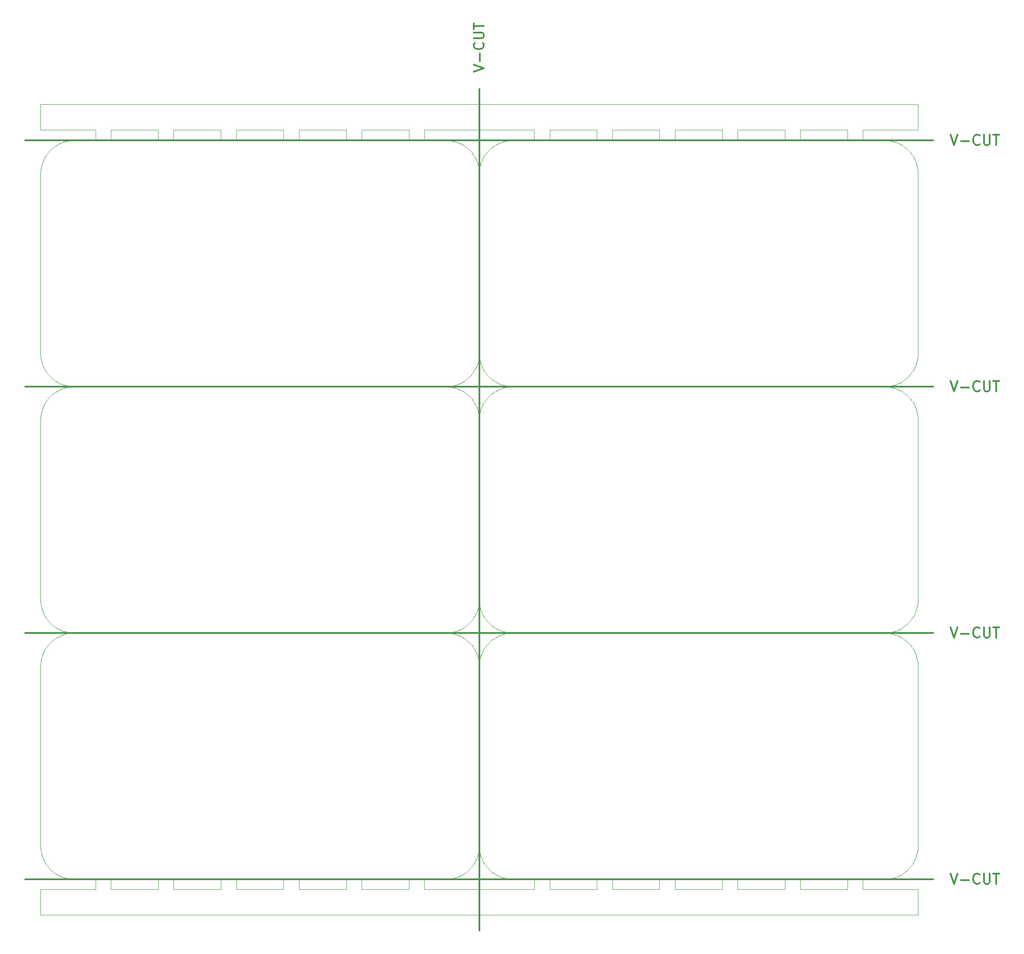
<source format=gbr>
%TF.GenerationSoftware,KiCad,Pcbnew,9.0.4*%
%TF.CreationDate,2025-09-15T20:18:03-04:00*%
%TF.ProjectId,HabitatCAN Dev Board (ESP32) - Panel,48616269-7461-4744-9341-4e2044657620,4*%
%TF.SameCoordinates,Original*%
%TF.FileFunction,Profile,NP*%
%FSLAX46Y46*%
G04 Gerber Fmt 4.6, Leading zero omitted, Abs format (unit mm)*
G04 Created by KiCad (PCBNEW 9.0.4) date 2025-09-15 20:18:03*
%MOMM*%
%LPD*%
G01*
G04 APERTURE LIST*
%TA.AperFunction,Profile*%
%ADD10C,0.100000*%
%TD*%
%TA.AperFunction,Profile*%
%ADD11C,0.300000*%
%TD*%
%ADD12C,0.300000*%
G04 APERTURE END LIST*
D10*
X220006184Y-122858465D02*
X220337082Y-122779024D01*
X143636687Y-123527284D02*
X143337438Y-123664780D01*
X225119143Y-128821075D02*
X225074723Y-128483687D01*
X55229083Y-119938765D02*
X55410306Y-120213743D01*
X139774956Y-80516223D02*
X139733350Y-80842909D01*
X67953065Y-25000000D02*
X77160888Y-25000000D01*
X92368710Y-27000503D02*
X92368710Y-25000000D01*
X59116001Y-123208010D02*
X58799382Y-123298606D01*
X104576533Y-171000510D02*
X113784355Y-171000510D01*
X223485182Y-77151171D02*
X223250935Y-76904327D01*
X145542406Y-75033858D02*
X145215720Y-75075464D01*
X135208611Y-170682377D02*
X135529392Y-170568782D01*
X224106116Y-120040657D02*
X224283923Y-119750503D01*
X139733400Y-69158092D02*
X139775004Y-69484778D01*
X136150927Y-123708982D02*
X135843779Y-123562478D01*
X219671582Y-122920481D02*
X220006184Y-122858465D01*
X57306976Y-75984318D02*
X57031999Y-76165543D01*
X55062020Y-119654962D02*
X55229083Y-119938765D01*
X223004090Y-124670084D02*
X222745325Y-124449077D01*
X54772016Y-78937191D02*
X54649853Y-79243020D01*
X55229054Y-78062238D02*
X55061988Y-78346041D01*
X59436802Y-27133559D02*
X59116001Y-27208002D01*
X225074732Y-165517332D02*
X225119150Y-165179943D01*
X144570764Y-170793008D02*
X144891564Y-170867452D01*
X56511321Y-124568581D02*
X56266957Y-124789355D01*
X221904758Y-74129666D02*
X222194912Y-73951859D01*
X54245243Y-81500504D02*
X54245299Y-116500504D01*
X138458592Y-125679918D02*
X138251431Y-125409941D01*
X58487758Y-27405114D02*
X58181929Y-27527276D01*
X141721734Y-121211653D02*
X141966097Y-121432428D01*
X80160888Y-173001511D02*
X80160888Y-171000509D01*
X139700057Y-116500504D02*
X139708396Y-116829722D01*
X54253638Y-68829718D02*
X54278642Y-69158092D01*
X221904758Y-122129670D02*
X222194912Y-121951863D01*
X138030424Y-29151167D02*
X137796177Y-28904323D01*
X58487766Y-74595887D02*
X58799389Y-74702404D01*
X58799389Y-74702404D02*
X59116006Y-74793000D01*
X214446936Y-171000511D02*
X218654759Y-171000511D01*
X116784355Y-75000503D02*
X125992178Y-75000503D01*
X221298537Y-123562478D02*
X220984142Y-123432250D01*
X92368710Y-171000509D02*
X101576533Y-171000510D01*
X133879433Y-75036117D02*
X133540183Y-75009414D01*
X58799382Y-123298606D02*
X58487758Y-123405122D01*
X139708396Y-164829726D02*
X139733400Y-165158100D01*
X55813337Y-120734421D02*
X56034110Y-120978785D01*
X60087648Y-123033862D02*
X59760962Y-123075468D01*
X219671579Y-123080541D02*
X219334191Y-123036121D01*
X80160888Y-75000501D02*
X89368710Y-75000501D01*
X141059957Y-29521811D02*
X140865037Y-29787257D01*
X141268095Y-120734421D02*
X141488868Y-120978785D01*
X223706189Y-125409941D02*
X223485182Y-125151175D01*
X139699999Y-133500508D02*
X139699998Y-129500508D01*
X218654759Y-75000504D02*
X214446936Y-75000504D01*
X77160888Y-173001511D02*
X67953065Y-173001511D01*
X225154758Y-25000000D02*
X225154758Y-20000000D01*
X60087648Y-27033854D02*
X59760962Y-27075460D01*
X133540183Y-123009418D02*
X133200001Y-123000508D01*
X137020590Y-28241907D02*
X136740140Y-28049159D01*
X190031291Y-123000506D02*
X199239113Y-123000506D01*
X140865064Y-72213739D02*
X141059983Y-72479184D01*
X224836625Y-70509110D02*
X224933276Y-70182823D01*
X221904746Y-123871360D02*
X221605685Y-123708982D01*
X54649891Y-118757984D02*
X54772052Y-119063812D01*
X141488868Y-72978781D02*
X141721734Y-73211649D01*
X141966097Y-169432432D02*
X142221327Y-169640547D01*
X220984150Y-170568782D02*
X221298546Y-170438554D01*
X140104649Y-118757984D02*
X140226810Y-119063812D01*
X224836611Y-79491900D02*
X224723015Y-79171120D01*
X139708343Y-81171284D02*
X139700001Y-81500504D01*
X187031291Y-25000000D02*
X187031291Y-27000502D01*
X214446936Y-25000000D02*
X225154758Y-25000000D01*
X55062020Y-71654958D02*
X55229083Y-71938761D01*
X134216824Y-74920477D02*
X134551426Y-74858461D01*
X55410279Y-29787257D02*
X55229054Y-30062234D01*
X137290567Y-124449077D02*
X137020590Y-124241915D01*
X138251448Y-168591090D02*
X138458610Y-168321112D01*
X141268095Y-168734425D02*
X141488868Y-168978789D01*
X135529384Y-27432242D02*
X135208604Y-27318646D01*
X57306989Y-170016693D02*
X57590791Y-170183759D01*
X222745340Y-73551949D02*
X223004107Y-73330941D01*
X146200000Y-27000506D02*
X145870781Y-27008848D01*
X139557948Y-32149078D02*
X139478505Y-31818181D01*
X190031291Y-25000000D02*
X199239113Y-25000000D01*
X223706206Y-120591086D02*
X223913368Y-120321108D01*
X138829165Y-167750507D02*
X138991542Y-167451446D01*
X199239113Y-173001511D02*
X190031291Y-173001511D01*
X60745242Y-75000510D02*
X60416023Y-75008852D01*
X54772016Y-126937195D02*
X54649853Y-127243024D01*
X146200001Y-171000508D02*
X150407823Y-171000508D01*
X60087650Y-122967154D02*
X60416024Y-122992161D01*
X140104649Y-70757980D02*
X140226810Y-71063808D01*
X57590791Y-170183759D02*
X57882691Y-170336236D01*
X225119150Y-117179939D02*
X225145850Y-116840687D01*
X224283923Y-167750507D02*
X224446300Y-167451446D01*
X128992178Y-171000511D02*
X133200001Y-171000511D01*
X113784355Y-171000510D02*
X113784355Y-173001511D01*
X139138029Y-78856725D02*
X138991525Y-78549576D01*
X222194898Y-76049163D02*
X221904746Y-75871356D01*
X57306976Y-27984314D02*
X57031999Y-28165539D01*
X140865064Y-120213743D02*
X141059983Y-120479188D01*
X145870782Y-170992165D02*
X146200001Y-171000508D01*
X224283905Y-78250516D02*
X224106098Y-77960363D01*
X141268072Y-125266587D02*
X141059957Y-125521819D01*
X54253585Y-129171288D02*
X54245243Y-129500508D01*
X58487766Y-122595891D02*
X58799389Y-122702408D01*
X139907498Y-127871266D02*
X139833055Y-128192067D01*
X219334191Y-123036121D02*
X218994941Y-123009418D01*
X165615646Y-75000501D02*
X174823468Y-75000501D01*
X56034110Y-120978785D02*
X56266976Y-121211653D01*
X101576533Y-173001511D02*
X92368710Y-173001511D01*
X218994942Y-170991603D02*
X219334194Y-170964903D01*
X56766553Y-124360467D02*
X56511321Y-124568581D01*
X211446936Y-171000511D02*
X211446936Y-173001511D01*
X55813337Y-72734417D02*
X56034110Y-72978781D01*
X56511321Y-28568573D02*
X56266957Y-28789347D01*
X136450000Y-122129670D02*
X136740154Y-121951863D01*
X139557959Y-69851926D02*
X139619974Y-69517324D01*
X220337076Y-27221994D02*
X220006180Y-27142550D01*
X218654759Y-171000511D02*
X218994942Y-170991603D01*
X137796194Y-169096702D02*
X138030441Y-168849857D01*
X146200000Y-75000510D02*
X145870781Y-75008852D01*
X139700000Y-61500502D02*
X139700000Y-52500501D01*
X136150927Y-75708978D02*
X135843779Y-75562474D01*
X55229054Y-30062234D02*
X55061988Y-30346037D01*
X224283923Y-71750499D02*
X224446300Y-71451438D01*
X101576533Y-25000000D02*
X101576533Y-27000502D01*
X144570759Y-123208010D02*
X144254140Y-123298606D01*
X54245243Y-129500508D02*
X54245299Y-164500508D01*
X222475362Y-169759119D02*
X222745340Y-169551957D01*
X59436802Y-123133567D02*
X59116001Y-123208010D01*
X225119150Y-165179943D02*
X225145850Y-164840691D01*
X187031291Y-27000502D02*
X177823468Y-27000503D01*
X225145846Y-81160321D02*
X225119143Y-80821071D01*
D11*
X139702622Y-17000000D02*
X139702622Y-181001511D01*
D10*
X150407823Y-25000000D02*
X150407823Y-27000505D01*
X54909512Y-78637942D02*
X54772016Y-78937191D01*
X225012706Y-80149082D02*
X224933263Y-79818185D01*
X223913368Y-168321112D02*
X224106116Y-168040661D01*
X54543336Y-79554643D02*
X54452740Y-79871262D01*
X144891564Y-170867452D02*
X145215723Y-170925551D01*
X174823468Y-171000509D02*
X174823468Y-173001511D01*
X214446936Y-27000500D02*
X214446936Y-25000000D01*
X54320246Y-69484778D02*
X54378343Y-69808937D01*
X134551426Y-170858469D02*
X134882324Y-170779028D01*
X136150927Y-27708974D02*
X135843779Y-27562470D01*
X77160888Y-123000512D02*
X67953065Y-123000513D01*
X219671582Y-74920477D02*
X220006184Y-74858461D01*
X137549349Y-121330945D02*
X137796194Y-121096698D01*
X223485182Y-29151167D02*
X223250935Y-28904323D01*
X116784355Y-173001511D02*
X116784355Y-171000511D01*
X222194912Y-121951863D02*
X222475362Y-121759115D01*
X221298546Y-122438550D02*
X221605696Y-122292047D01*
X139699999Y-97500505D02*
X139699999Y-88500504D01*
X223250952Y-169096702D02*
X223485199Y-168849857D01*
X141721715Y-28789347D02*
X141488847Y-29022215D01*
X133540183Y-27009410D02*
X133200001Y-27000500D01*
X224723030Y-118829895D02*
X224836625Y-118509114D01*
X139775004Y-165484786D02*
X139833101Y-165808945D01*
X55410306Y-120213743D02*
X55605225Y-120479188D01*
X139699999Y-85500504D02*
X139699998Y-81500504D01*
X138829147Y-126250520D02*
X138651340Y-125960367D01*
X55410306Y-72213739D02*
X55605225Y-72479184D01*
X54649891Y-70757980D02*
X54772052Y-71063808D01*
X104576533Y-123000506D02*
X113784355Y-123000506D01*
X139998094Y-127554647D02*
X139907498Y-127871266D01*
X54253585Y-81171284D02*
X54245243Y-81500504D01*
X56034110Y-168978789D02*
X56266976Y-169211657D01*
X162615646Y-123000512D02*
X153407823Y-123000513D01*
X140683812Y-78062238D02*
X140516746Y-78346041D01*
X225074732Y-69517324D02*
X225119150Y-69179935D01*
X55062020Y-167654966D02*
X55229083Y-167938769D01*
X139774956Y-32516219D02*
X139733350Y-32842905D01*
X139699999Y-49500501D02*
X139699999Y-40500500D01*
X58181938Y-74473724D02*
X58487766Y-74595887D01*
X54909546Y-167363065D02*
X55062020Y-167654966D01*
X135208604Y-75318650D02*
X134882318Y-75221998D01*
X58181929Y-27527276D02*
X57882680Y-27664772D01*
X223004107Y-121330945D02*
X223250952Y-121096698D01*
X138991542Y-167451446D02*
X139138045Y-167144296D01*
X59436806Y-122867448D02*
X59760965Y-122925547D01*
X145215723Y-122925547D02*
X145542408Y-122967154D01*
X59436802Y-75133563D02*
X59116001Y-75208006D01*
X54245243Y-20000000D02*
X54245243Y-25000000D01*
X145215720Y-123075468D02*
X144891560Y-123133567D01*
X138991542Y-119451442D02*
X139138045Y-119144292D01*
X223485182Y-125151175D02*
X223250935Y-124904331D01*
X202239113Y-123000507D02*
X211446936Y-123000507D01*
X143045549Y-122183755D02*
X143337449Y-122336232D01*
X135843779Y-123562478D02*
X135529384Y-123432250D01*
X223485199Y-120849853D02*
X223706206Y-120591086D01*
X138030424Y-125151175D02*
X137796177Y-124904331D01*
X221605685Y-123708982D02*
X221298537Y-123562478D01*
X211446936Y-27000500D02*
X202239113Y-27000501D01*
X153407823Y-27000505D02*
X153407823Y-25000000D01*
X223913368Y-120321108D02*
X224106116Y-120040657D01*
X225119143Y-32821067D02*
X225074723Y-32483679D01*
X187031291Y-171000510D02*
X187031291Y-173001511D01*
X139664385Y-128821075D02*
X139619965Y-128483687D01*
X139691088Y-129160325D02*
X139664385Y-128821075D01*
X222194898Y-124049167D02*
X221904746Y-123871360D01*
X140683841Y-119938765D02*
X140865064Y-120213743D01*
X54320198Y-128516227D02*
X54278592Y-128842913D01*
X138991525Y-30549572D02*
X138829147Y-30250512D01*
X139700031Y-148500509D02*
X139700045Y-157500510D01*
X56511339Y-121432428D02*
X56766569Y-121640543D01*
X223250935Y-76904327D02*
X223004090Y-76670080D01*
X144254147Y-74702404D02*
X144570764Y-74793000D01*
X153407823Y-123000504D02*
X162615646Y-123000504D01*
X139557948Y-80149082D02*
X139478505Y-79818185D01*
X141488868Y-168978789D02*
X141721734Y-169211657D01*
X57882680Y-75664776D02*
X57590779Y-75817253D01*
X162615646Y-75000508D02*
X153407823Y-75000509D01*
X57032013Y-121835464D02*
X57306989Y-122016689D01*
X145542408Y-122967154D02*
X145870782Y-122992161D01*
X56034110Y-72978781D02*
X56266976Y-73211649D01*
X221904746Y-27871352D02*
X221605685Y-27708974D01*
X60416024Y-122992161D02*
X60745243Y-123000504D01*
X150407823Y-123000513D02*
X146200000Y-123000514D01*
X219671579Y-27080533D02*
X219334191Y-27036113D01*
X136450000Y-74129666D02*
X136740154Y-73951859D01*
X225012706Y-32149078D02*
X224933263Y-31818181D01*
X137796194Y-73096694D02*
X138030441Y-72849849D01*
X138991542Y-71451438D02*
X139138045Y-71144288D01*
X60416024Y-74992157D02*
X60745243Y-75000500D01*
X141268072Y-77266583D02*
X141059957Y-77521815D01*
X54649891Y-166757988D02*
X54772052Y-167063816D01*
X139664392Y-165179943D02*
X139691092Y-164840691D01*
X140226810Y-119063812D02*
X140364304Y-119363061D01*
X137020604Y-73759111D02*
X137290582Y-73551949D01*
X143045537Y-75817253D02*
X142761734Y-75984318D01*
X56034089Y-77022219D02*
X55813314Y-77266583D01*
X153407823Y-173001511D02*
X153407823Y-171000508D01*
X125992178Y-27000500D02*
X116784355Y-27000501D01*
X57590791Y-122183755D02*
X57882691Y-122336232D01*
X143636687Y-75527280D02*
X143337438Y-75664776D01*
X140364270Y-126637946D02*
X140226774Y-126937195D01*
X202239113Y-27000501D02*
X202239113Y-25000000D01*
X139733400Y-117158096D02*
X139775004Y-117484782D01*
X139907542Y-166129745D02*
X139998135Y-166446364D01*
X220006184Y-74858461D02*
X220337082Y-74779020D01*
X139833101Y-117808941D02*
X139907542Y-118129741D01*
X143636696Y-122473728D02*
X143942524Y-122595891D01*
X143045549Y-74183751D02*
X143337449Y-74336228D01*
X54543377Y-118446360D02*
X54649891Y-118757984D01*
X222475348Y-28241907D02*
X222194898Y-28049159D01*
X140226774Y-30937187D02*
X140104611Y-31243016D01*
X174823468Y-27000503D02*
X165615646Y-27000504D01*
X139907542Y-70129737D02*
X139998135Y-70446356D01*
X143337449Y-122336232D02*
X143636696Y-122473728D01*
X143337438Y-75664776D02*
X143045537Y-75817253D01*
X128992178Y-27000500D02*
X128992178Y-25000000D01*
X139381853Y-31491896D02*
X139268257Y-31171116D01*
X139138029Y-126856729D02*
X138991525Y-126549580D01*
X137020590Y-124241915D02*
X136740140Y-124049167D01*
X138651340Y-29960359D02*
X138458592Y-29679910D01*
X54909512Y-126637946D02*
X54772016Y-126937195D01*
X128992178Y-173001511D02*
X128992178Y-171000511D01*
X224446300Y-71451438D02*
X224592803Y-71144288D01*
X146200001Y-123000504D02*
X150407823Y-123000504D01*
X177823468Y-171000509D02*
X187031291Y-171000510D01*
X144254140Y-123298606D02*
X143942516Y-123405122D01*
D11*
X51245243Y-27000498D02*
X228154758Y-27000498D01*
D10*
X140104649Y-166757988D02*
X140226810Y-167063816D01*
X141966097Y-73432424D02*
X142221327Y-73640539D01*
X139708343Y-129171288D02*
X139700001Y-129500508D01*
X219671582Y-170920485D02*
X220006184Y-170858469D01*
X224836625Y-166509118D02*
X224933276Y-166182831D01*
X134551426Y-122858465D02*
X134882324Y-122779024D01*
X55410306Y-168213747D02*
X55605225Y-168479192D01*
X57590779Y-27817249D02*
X57306976Y-27984314D01*
X220006184Y-170858469D02*
X220337082Y-170779028D01*
X140683841Y-71938761D02*
X140865064Y-72213739D01*
X139664392Y-117179939D02*
X139691092Y-116840687D01*
X54649853Y-127243024D02*
X54543336Y-127554647D01*
X139833055Y-128192067D02*
X139774956Y-128516227D01*
X54452784Y-118129741D02*
X54543377Y-118446360D01*
X139700000Y-164500508D02*
X139700000Y-160500510D01*
X225119150Y-69179935D02*
X225145850Y-68840683D01*
X64953065Y-75000509D02*
X60745242Y-75000510D01*
X89368710Y-123000511D02*
X80160888Y-123000512D01*
X133200001Y-123000508D02*
X128992178Y-123000508D01*
X54320246Y-165484786D02*
X54378343Y-165808945D01*
X140865037Y-125787265D02*
X140683812Y-126062242D01*
X60416024Y-170992165D02*
X60745243Y-171000508D01*
X140364304Y-71363057D02*
X140516778Y-71654958D01*
X59116006Y-170793008D02*
X59436806Y-170867452D01*
X139700031Y-100500505D02*
X139700045Y-109500506D01*
X133200001Y-75000503D02*
X133540184Y-74991595D01*
D11*
X51245243Y-171000498D02*
X228154758Y-171000498D01*
D10*
X145870782Y-74992157D02*
X146200001Y-75000500D01*
X143942516Y-75405118D02*
X143636687Y-75527280D01*
X223913368Y-72321104D02*
X224106116Y-72040653D01*
X77160888Y-25000000D02*
X77160888Y-27000504D01*
X92368710Y-25000000D02*
X101576533Y-25000000D01*
X89368710Y-75000507D02*
X80160888Y-75000508D01*
X139708396Y-68829718D02*
X139733400Y-69158092D01*
X139700012Y-88500504D02*
X139700026Y-97500505D01*
X137549349Y-169330949D02*
X137796194Y-169096702D01*
X138251431Y-125409941D02*
X138030424Y-125151175D01*
X174823468Y-123000511D02*
X165615646Y-123000512D01*
X55061988Y-126346045D02*
X54909512Y-126637946D01*
X225074732Y-117517328D02*
X225119150Y-117179939D01*
X218994941Y-27009410D02*
X218654759Y-27000500D01*
X225145846Y-33160317D02*
X225119143Y-32821067D01*
X222745325Y-28449069D02*
X222475348Y-28241907D01*
X54543336Y-127554647D02*
X54452740Y-127871266D01*
X140516778Y-71654958D02*
X140683841Y-71938761D01*
X140226810Y-167063816D02*
X140364304Y-167363065D01*
X145542406Y-27033854D02*
X145215720Y-27075460D01*
X221605685Y-75708978D02*
X221298537Y-75562474D01*
X143045537Y-123817257D02*
X142761734Y-123984322D01*
X145870782Y-122992161D02*
X146200001Y-123000504D01*
X214446936Y-75000503D02*
X218654759Y-75000503D01*
X92368710Y-173001511D02*
X92368710Y-171000509D01*
X150407823Y-75000509D02*
X146200000Y-75000510D01*
X125992178Y-75000504D02*
X116784355Y-75000505D01*
X139700057Y-164500508D02*
X139708396Y-164829726D01*
X54253638Y-164829726D02*
X54278642Y-165158100D01*
X225074723Y-32483679D02*
X225012706Y-32149078D01*
X145542408Y-74967150D02*
X145870782Y-74992157D01*
X139619965Y-32483679D02*
X139557948Y-32149078D01*
X139268257Y-31171116D02*
X139138029Y-30856721D01*
X223706206Y-72591082D02*
X223913368Y-72321104D01*
X190031291Y-171000510D02*
X199239113Y-171000510D01*
X225154758Y-173001511D02*
X214446936Y-173001511D01*
X54245299Y-164500508D02*
X54253638Y-164829726D01*
X133200001Y-27000500D02*
X128992178Y-27000500D01*
X220984142Y-123432250D02*
X220663362Y-123318654D01*
X139700012Y-40500500D02*
X139700026Y-49500501D01*
X153407823Y-25000000D02*
X162615646Y-25000000D01*
X64953065Y-123000513D02*
X60745242Y-123000514D01*
X64953065Y-171000508D02*
X64953065Y-173001511D01*
X64953065Y-173001511D02*
X54245243Y-173001511D01*
X220337076Y-75221998D02*
X220006180Y-75142554D01*
X58487758Y-123405122D02*
X58181929Y-123527284D01*
X144570764Y-74793000D02*
X144891564Y-74867444D01*
X144570764Y-122793004D02*
X144891564Y-122867448D01*
X144891564Y-122867448D02*
X145215723Y-122925547D01*
X56034089Y-125022223D02*
X55813314Y-125266587D01*
X221904758Y-170129674D02*
X222194912Y-169951867D01*
X190031291Y-173001511D02*
X190031291Y-171000510D01*
X223250935Y-124904331D02*
X223004090Y-124670084D01*
X80160888Y-123000505D02*
X89368710Y-123000505D01*
X141966079Y-28568573D02*
X141721715Y-28789347D01*
X221605685Y-27708974D02*
X221298537Y-27562470D01*
X142486771Y-169835468D02*
X142761747Y-170016693D01*
X150407823Y-27000505D02*
X146200000Y-27000506D01*
X67953065Y-171000508D02*
X77160888Y-171000508D01*
X139700050Y-112500506D02*
X139700057Y-116500504D01*
X139691092Y-116840687D02*
X139700000Y-116500504D01*
X223004090Y-76670080D02*
X222745325Y-76449073D01*
X139664385Y-80821071D02*
X139619965Y-80483683D01*
X55061988Y-78346041D02*
X54909512Y-78637942D01*
X143942516Y-27405114D02*
X143636687Y-27527276D01*
X221605696Y-170292051D02*
X221904758Y-170129674D01*
X138458610Y-168321112D02*
X138651358Y-168040661D01*
X141059957Y-77521815D02*
X140865037Y-77787261D01*
X219334194Y-122964899D02*
X219671582Y-122920481D01*
X150407823Y-171000508D02*
X150407823Y-173001511D01*
X54378343Y-117808941D02*
X54452784Y-118129741D01*
X139268272Y-118829895D02*
X139381867Y-118509114D01*
X64953065Y-25000000D02*
X64953065Y-27000505D01*
X225145850Y-116840687D02*
X225154758Y-116500504D01*
X139733400Y-165158100D02*
X139775004Y-165484786D01*
X136740140Y-76049163D02*
X136449988Y-75871356D01*
X143045549Y-170183759D02*
X143337449Y-170336236D01*
X223485199Y-72849849D02*
X223706206Y-72591082D01*
X137796194Y-121096698D02*
X138030441Y-120849853D01*
X224446300Y-119451442D02*
X224592803Y-119144292D01*
X89368710Y-27000503D02*
X80160888Y-27000504D01*
X139691092Y-68840683D02*
X139700000Y-68500500D01*
X56766569Y-121640543D02*
X57032013Y-121835464D01*
X133200001Y-123000507D02*
X133540184Y-122991599D01*
X139268272Y-70829891D02*
X139381867Y-70509110D01*
X218654759Y-123000508D02*
X214446936Y-123000508D01*
X55813314Y-125266587D02*
X55605199Y-125521819D01*
X222745325Y-124449077D02*
X222475348Y-124241915D01*
X89368710Y-171000509D02*
X89368710Y-173001511D01*
X219334191Y-75036117D02*
X218994941Y-75009414D01*
X57306976Y-123984322D02*
X57031999Y-124165547D01*
X138030441Y-168849857D02*
X138251448Y-168591090D01*
X60745242Y-27000506D02*
X60416023Y-27008848D01*
X137549332Y-76670080D02*
X137290567Y-76449073D01*
X138458592Y-29679910D02*
X138251431Y-29409933D01*
X139691092Y-164840691D02*
X139700000Y-164500508D01*
D11*
X51245243Y-75000498D02*
X228154758Y-75000498D01*
D10*
X220663362Y-75318650D02*
X220337076Y-75221998D01*
X58487758Y-75405118D02*
X58181929Y-75527280D01*
X138030424Y-77151171D02*
X137796177Y-76904327D01*
X219334194Y-170964903D02*
X219671582Y-170920485D01*
X60087648Y-75033858D02*
X59760962Y-75075464D01*
X144891560Y-27133559D02*
X144570759Y-27208002D01*
X139774956Y-128516227D02*
X139733350Y-128842913D01*
X220984142Y-75432246D02*
X220663362Y-75318650D01*
X140364304Y-119363061D02*
X140516778Y-119654962D01*
X187031291Y-173001511D02*
X177823468Y-173001511D01*
X140683812Y-30062234D02*
X140516746Y-30346037D01*
X142221311Y-124360467D02*
X141966079Y-124568581D01*
X56766553Y-28360459D02*
X56511321Y-28568573D01*
X199239113Y-123000509D02*
X190031291Y-123000510D01*
X54452784Y-70129737D02*
X54543377Y-70446356D01*
X143337438Y-123664780D02*
X143045537Y-123817257D01*
X224723030Y-166829899D02*
X224836625Y-166509118D01*
X187031291Y-75000506D02*
X177823468Y-75000507D01*
X221904746Y-75871356D02*
X221605685Y-75708978D01*
X211446936Y-173001511D02*
X202239113Y-173001511D01*
X104576533Y-27000502D02*
X104576533Y-25000000D01*
X139700050Y-160500510D02*
X139700057Y-164500508D01*
X54253585Y-33171280D02*
X54245243Y-33500500D01*
X139775004Y-69484778D02*
X139833101Y-69808937D01*
X220006180Y-27142550D02*
X219671579Y-27080533D01*
X136740154Y-169951867D02*
X137020604Y-169759119D01*
X56766569Y-73640539D02*
X57032013Y-73835460D01*
X54909546Y-71363057D02*
X55062020Y-71654958D01*
X56511321Y-76568577D02*
X56266957Y-76789351D01*
X54253638Y-116829722D02*
X54278642Y-117158096D01*
X101576533Y-171000510D02*
X101576533Y-173001511D01*
X225154758Y-178001511D02*
X225154758Y-173001511D01*
X54278592Y-128842913D02*
X54253585Y-129171288D01*
X139998135Y-166446364D02*
X140104649Y-166757988D01*
X139478518Y-70182823D02*
X139557959Y-69851926D01*
X224446283Y-30549572D02*
X224283905Y-30250512D01*
X221298537Y-75562474D02*
X220984142Y-75432246D01*
X162615646Y-173001511D02*
X153407823Y-173001511D01*
X54543377Y-166446364D02*
X54649891Y-166757988D01*
X224933263Y-79818185D02*
X224836611Y-79491900D01*
X135529384Y-123432250D02*
X135208604Y-123318654D01*
X137290582Y-73551949D02*
X137549349Y-73330941D01*
X80160888Y-27000504D02*
X80160888Y-25000000D01*
X59760965Y-170925551D02*
X60087650Y-170967158D01*
X218994942Y-122991599D02*
X219334194Y-122964899D01*
X56511339Y-73432424D02*
X56766569Y-73640539D01*
X58799389Y-122702408D02*
X59116006Y-122793004D01*
X54452784Y-166129745D02*
X54543377Y-166446364D01*
X144254147Y-170702412D02*
X144570764Y-170793008D01*
X224933276Y-70182823D02*
X225012717Y-69851926D01*
X59116001Y-27208002D02*
X58799382Y-27298598D01*
X141721734Y-169211657D02*
X141966097Y-169432432D01*
X92368710Y-123000505D02*
X101576533Y-123000506D01*
X211446936Y-75000504D02*
X202239113Y-75000505D01*
X56511339Y-169432432D02*
X56766569Y-169640547D01*
X59116006Y-122793004D02*
X59436806Y-122867448D01*
X153407823Y-75000500D02*
X162615646Y-75000500D01*
X125992178Y-25000000D02*
X125992178Y-27000500D01*
X56266957Y-124789355D02*
X56034089Y-125022223D01*
X142221327Y-169640547D02*
X142486771Y-169835468D01*
X162615646Y-25000000D02*
X162615646Y-27000504D01*
X59760962Y-27075460D02*
X59436802Y-27133559D01*
X224106098Y-29960359D02*
X223913350Y-29679910D01*
X224592803Y-167144296D02*
X224723030Y-166829899D01*
X134882318Y-123222002D02*
X134551422Y-123142558D01*
X225145850Y-68840683D02*
X225154758Y-68500500D01*
X60745243Y-171000508D02*
X64953065Y-171000508D01*
X125992178Y-123000508D02*
X116784355Y-123000509D01*
X139138045Y-167144296D02*
X139268272Y-166829899D01*
X54909512Y-30637938D02*
X54772016Y-30937187D01*
X223706206Y-168591090D02*
X223913368Y-168321112D01*
X140683841Y-167938769D02*
X140865064Y-168213747D01*
X125992178Y-171000511D02*
X125992178Y-173001511D01*
X135843779Y-27562470D02*
X135529384Y-27432242D01*
X223004107Y-73330941D02*
X223250952Y-73096694D01*
X146200001Y-75000500D02*
X150407823Y-75000500D01*
X224836611Y-31491896D02*
X224723015Y-31171116D01*
X58799382Y-27298598D02*
X58487758Y-27405114D01*
X140104611Y-127243024D02*
X139998094Y-127554647D01*
X101576533Y-75000506D02*
X92368710Y-75000507D01*
X139381853Y-127491904D02*
X139268257Y-127171124D01*
X141488847Y-77022219D02*
X141268072Y-77266583D01*
X67953065Y-75000500D02*
X77160888Y-75000500D01*
X134882324Y-170779028D02*
X135208611Y-170682377D01*
X143636696Y-170473732D02*
X143942524Y-170595895D01*
X142761747Y-74016685D02*
X143045549Y-74183751D01*
X139700001Y-81500504D02*
X139700007Y-85500504D01*
X141721715Y-76789351D02*
X141488847Y-77022219D01*
X141966079Y-76568577D02*
X141721715Y-76789351D01*
X139700001Y-129500508D02*
X139700007Y-133500508D01*
X60745242Y-123000514D02*
X60416023Y-123008856D01*
X225154758Y-116500504D02*
X225154756Y-81500504D01*
X57590791Y-74183751D02*
X57882691Y-74336228D01*
X138458592Y-77679914D02*
X138251431Y-77409937D01*
X113784355Y-75000505D02*
X104576533Y-75000506D01*
X139478505Y-31818181D02*
X139381853Y-31491896D01*
X142221327Y-73640539D02*
X142486771Y-73835460D01*
X140516746Y-78346041D02*
X140364270Y-78637942D01*
X222194912Y-169951867D02*
X222475362Y-169759119D01*
X134882324Y-122779024D02*
X135208611Y-122682373D01*
X55410279Y-77787261D02*
X55229054Y-78062238D01*
X139138029Y-30856721D02*
X138991525Y-30549572D01*
X57882691Y-170336236D02*
X58181938Y-170473732D01*
X141059983Y-120479188D02*
X141268095Y-120734421D01*
X139478518Y-118182827D02*
X139557959Y-117851930D01*
X58487766Y-170595895D02*
X58799389Y-170702412D01*
X141059983Y-72479184D02*
X141268095Y-72734417D01*
X139833101Y-69808937D02*
X139907542Y-70129737D01*
X136449988Y-27871352D02*
X136150927Y-27708974D01*
X223706189Y-77409937D02*
X223485182Y-77151171D01*
X135843779Y-75562474D02*
X135529384Y-75432246D01*
X57590779Y-75817253D02*
X57306976Y-75984318D01*
X55605225Y-72479184D02*
X55813337Y-72734417D01*
X67953065Y-123000504D02*
X77160888Y-123000504D01*
X219671579Y-75080537D02*
X219334191Y-75036117D01*
X140865064Y-168213747D02*
X141059983Y-168479192D01*
X54378343Y-69808937D02*
X54452784Y-70129737D01*
X145215723Y-170925551D02*
X145542408Y-170967158D01*
X165615646Y-123000505D02*
X174823468Y-123000505D01*
X143942516Y-123405122D02*
X143636687Y-123527284D01*
X139700000Y-116500504D02*
X139700000Y-112500506D01*
X140516778Y-167654966D02*
X140683841Y-167938769D01*
X153407823Y-171000508D02*
X162615646Y-171000508D01*
X224446283Y-78549576D02*
X224283905Y-78250516D01*
X139998094Y-79554643D02*
X139907498Y-79871262D01*
X177823468Y-123000505D02*
X187031291Y-123000506D01*
X67953065Y-173001511D02*
X67953065Y-171000508D01*
X136449988Y-123871360D02*
X136150927Y-123708982D01*
X225012717Y-165851934D02*
X225074732Y-165517332D01*
X59116006Y-74793000D02*
X59436806Y-74867444D01*
X140364270Y-78637942D02*
X140226774Y-78937191D01*
X220663362Y-123318654D02*
X220337076Y-123222002D01*
X142221311Y-76360463D02*
X141966079Y-76568577D01*
X133540183Y-75009414D02*
X133200001Y-75000504D01*
X57882691Y-74336228D02*
X58181938Y-74473724D01*
X54320198Y-32516219D02*
X54278592Y-32842905D01*
X141488868Y-120978785D02*
X141721734Y-121211653D01*
X145215720Y-75075464D02*
X144891560Y-75133563D01*
X133200001Y-75000504D02*
X128992178Y-75000504D01*
X225074723Y-128483687D02*
X225012706Y-128149086D01*
X220006180Y-75142554D02*
X219671579Y-75080537D01*
X224592803Y-71144288D02*
X224723030Y-70829891D01*
X138991525Y-126549580D02*
X138829147Y-126250520D01*
X224283905Y-126250520D02*
X224106098Y-125960367D01*
X137549349Y-73330941D02*
X137796194Y-73096694D01*
X138651358Y-72040653D02*
X138829165Y-71750499D01*
X54772052Y-167063816D02*
X54909546Y-167363065D01*
X224592787Y-30856721D02*
X224446283Y-30549572D01*
X223706189Y-29409933D02*
X223485182Y-29151167D01*
X224836611Y-127491904D02*
X224723015Y-127171124D01*
X54649853Y-31243016D02*
X54543336Y-31554639D01*
X177823468Y-25000000D02*
X187031291Y-25000000D01*
X139833055Y-80192063D02*
X139774956Y-80516223D01*
X54378297Y-80192063D02*
X54320198Y-80516223D01*
X135529384Y-75432246D02*
X135208604Y-75318650D01*
X60087650Y-74967150D02*
X60416024Y-74992157D01*
D11*
X51245243Y-123000498D02*
X228154758Y-123000498D01*
D10*
X57590779Y-123817257D02*
X57306976Y-123984322D01*
X138251431Y-29409933D02*
X138030424Y-29151167D01*
X218994941Y-75009414D02*
X218654759Y-75000504D01*
X190031291Y-27000502D02*
X190031291Y-25000000D01*
X58799382Y-75298602D02*
X58487758Y-75405118D01*
X220006180Y-123142558D02*
X219671579Y-123080541D01*
X225012706Y-128149086D02*
X224933263Y-127818189D01*
X104576533Y-75000502D02*
X113784355Y-75000502D01*
X222475362Y-121759115D02*
X222745340Y-121551953D01*
X218994942Y-74991595D02*
X219334194Y-74964895D01*
X220663362Y-27318646D02*
X220337076Y-27221994D01*
X225074723Y-80483683D02*
X225012706Y-80149082D01*
X138458610Y-120321108D02*
X138651358Y-120040657D01*
X220663369Y-74682369D02*
X220984150Y-74568774D01*
X140516778Y-119654962D02*
X140683841Y-119938765D01*
X221605696Y-74292043D02*
X221904758Y-74129666D01*
X165615646Y-173001511D02*
X165615646Y-171000509D01*
X214446936Y-123000507D02*
X218654759Y-123000507D01*
X144254140Y-27298598D02*
X143942516Y-27405114D01*
X199239113Y-171000510D02*
X199239113Y-173001511D01*
X139381867Y-166509118D02*
X139478518Y-166182831D01*
X139733350Y-128842913D02*
X139708343Y-129171288D01*
X139699998Y-33500500D02*
X139691088Y-33160317D01*
X60416023Y-123008856D02*
X60087648Y-123033862D01*
X55229054Y-126062242D02*
X55061988Y-126346045D01*
X174823468Y-25000000D02*
X174823468Y-27000503D01*
X144891560Y-75133563D02*
X144570759Y-75208006D01*
X224106098Y-77960363D02*
X223913350Y-77679914D01*
X219334191Y-27036113D02*
X218994941Y-27009410D01*
X143337449Y-170336236D02*
X143636696Y-170473732D01*
X150407823Y-173001511D02*
X128992178Y-173001511D01*
X136740140Y-124049167D02*
X136449988Y-123871360D01*
X220663369Y-122682373D02*
X220984150Y-122568778D01*
X54278592Y-32842905D02*
X54253585Y-33171280D01*
X142761734Y-75984318D02*
X142486757Y-76165543D01*
X92368710Y-75000501D02*
X101576533Y-75000502D01*
X135208611Y-122682373D02*
X135529392Y-122568778D01*
X54452740Y-79871262D02*
X54378297Y-80192063D01*
X55605199Y-125521819D02*
X55410279Y-125787265D01*
X224106098Y-125960367D02*
X223913350Y-125679918D01*
X224933263Y-31818181D02*
X224836611Y-31491896D01*
X136450000Y-170129674D02*
X136740154Y-169951867D01*
X136740140Y-28049159D02*
X136449988Y-27871352D01*
X54278642Y-117158096D02*
X54320246Y-117484782D01*
X139733350Y-80842909D02*
X139708343Y-81171284D01*
X177823468Y-75000501D02*
X187031291Y-75000502D01*
X60745243Y-75000500D02*
X64953065Y-75000500D01*
X54245243Y-25000000D02*
X64953065Y-25000000D01*
X202239113Y-173001511D02*
X202239113Y-171000511D01*
X128992178Y-123000507D02*
X133200001Y-123000507D01*
X139708343Y-33171280D02*
X139700001Y-33500500D01*
X220337082Y-170779028D02*
X220663369Y-170682377D01*
X140865037Y-77787261D02*
X140683812Y-78062238D01*
X60745243Y-123000504D02*
X64953065Y-123000504D01*
X187031291Y-123000510D02*
X177823468Y-123000511D01*
X136150938Y-170292051D02*
X136450000Y-170129674D01*
X139619965Y-128483687D02*
X139557948Y-128149086D01*
X55813337Y-168734425D02*
X56034110Y-168978789D01*
X218654759Y-27000500D02*
X214446936Y-27000500D01*
X223250952Y-121096698D02*
X223485199Y-120849853D01*
X116784355Y-25000000D02*
X125992178Y-25000000D01*
X174823468Y-173001511D02*
X165615646Y-173001511D01*
X144891560Y-123133567D02*
X144570759Y-123208010D01*
X56266976Y-73211649D02*
X56511339Y-73432424D01*
X143942524Y-74595887D02*
X144254147Y-74702404D01*
X57031999Y-28165539D02*
X56766553Y-28360459D01*
X54772052Y-71063808D02*
X54909546Y-71363057D01*
X133879436Y-170964903D02*
X134216824Y-170920485D01*
X134551426Y-74858461D02*
X134882324Y-74779020D01*
X57882691Y-122336232D02*
X58181938Y-122473728D01*
X134882318Y-75221998D02*
X134551422Y-75142554D01*
X145215720Y-27075460D02*
X144891560Y-27133559D01*
X54245243Y-33500500D02*
X54245299Y-68500500D01*
X116784355Y-27000501D02*
X116784355Y-25000000D01*
X142221311Y-28360459D02*
X141966079Y-28568573D01*
X211446936Y-25000000D02*
X211446936Y-27000500D01*
X54452740Y-31871258D02*
X54378297Y-32192059D01*
X64953065Y-27000505D02*
X60745242Y-27000506D01*
X202239113Y-25000000D02*
X211446936Y-25000000D01*
X225154758Y-20000000D02*
X54245243Y-20000000D01*
X202239113Y-75000503D02*
X211446936Y-75000503D01*
X133879436Y-122964899D02*
X134216824Y-122920481D01*
X139998135Y-70446356D02*
X140104649Y-70757980D01*
X219334194Y-74964895D02*
X219671582Y-74920477D01*
X142761734Y-123984322D02*
X142486757Y-124165547D01*
X224283923Y-119750503D02*
X224446300Y-119451442D01*
X141059957Y-125521819D02*
X140865037Y-125787265D01*
X55605199Y-77521815D02*
X55410279Y-77787261D01*
X144254147Y-122702408D02*
X144570764Y-122793004D01*
X143337438Y-27664772D02*
X143045537Y-27817249D01*
X138651358Y-120040657D02*
X138829165Y-119750503D01*
X104576533Y-173001511D02*
X104576533Y-171000510D01*
X144570759Y-27208002D02*
X144254140Y-27298598D01*
X101576533Y-27000502D02*
X92368710Y-27000503D01*
X190031291Y-75000502D02*
X199239113Y-75000502D01*
X136150938Y-74292043D02*
X136450000Y-74129666D01*
X89368710Y-173001511D02*
X80160888Y-173001511D01*
X135529392Y-74568774D02*
X135843788Y-74438546D01*
X137290567Y-28449069D02*
X137020590Y-28241907D01*
X139381867Y-118509114D02*
X139478518Y-118182827D01*
X224723015Y-31171116D02*
X224592787Y-30856721D01*
X54649853Y-79243020D02*
X54543336Y-79554643D01*
X56266976Y-121211653D02*
X56511339Y-121432428D01*
X140516746Y-30346037D02*
X140364270Y-30637938D01*
X225119143Y-80821071D02*
X225074723Y-80483683D01*
X139478505Y-79818185D02*
X139381853Y-79491900D01*
X139700031Y-52500501D02*
X139700045Y-61500502D01*
X145870781Y-75008852D02*
X145542406Y-75033858D01*
X135208611Y-74682369D02*
X135529392Y-74568774D01*
X54245243Y-173001511D02*
X54245243Y-178001511D01*
X57031999Y-124165547D02*
X56766553Y-124360467D01*
X225145846Y-129160325D02*
X225119143Y-128821075D01*
X177823468Y-27000503D02*
X177823468Y-25000000D01*
X137290582Y-121551953D02*
X137549349Y-121330945D01*
X144891564Y-74867444D02*
X145215723Y-74925543D01*
X137020604Y-121759115D02*
X137290582Y-121551953D01*
X165615646Y-25000000D02*
X174823468Y-25000000D01*
X139700000Y-68500500D02*
X139700000Y-64500502D01*
X222194912Y-73951859D02*
X222475362Y-73759111D01*
X139478505Y-127818189D02*
X139381853Y-127491904D01*
X224106116Y-168040661D02*
X224283923Y-167750507D01*
X137796177Y-124904331D02*
X137549332Y-124670084D01*
X214446936Y-173001511D02*
X214446936Y-171000511D01*
X139998135Y-118446360D02*
X140104649Y-118757984D01*
X54245299Y-68500500D02*
X54253638Y-68829718D01*
X202239113Y-171000511D02*
X211446936Y-171000511D01*
X211446936Y-123000508D02*
X202239113Y-123000509D01*
X139138045Y-119144292D02*
X139268272Y-118829895D01*
X55410279Y-125787265D02*
X55229054Y-126062242D01*
X224592803Y-119144292D02*
X224723030Y-118829895D01*
X220337076Y-123222002D02*
X220006180Y-123142558D01*
X224933276Y-166182831D02*
X225012717Y-165851934D01*
X225154756Y-33500500D02*
X225145846Y-33160317D01*
X142221327Y-121640543D02*
X142486771Y-121835464D01*
X225145850Y-164840691D02*
X225154758Y-164500508D01*
X137290567Y-76449073D02*
X137020590Y-76241911D01*
X133540184Y-74991595D02*
X133879436Y-74964895D01*
X138030441Y-72849849D02*
X138251448Y-72591082D01*
X138829165Y-119750503D02*
X138991542Y-119451442D01*
X142486771Y-73835460D02*
X142761747Y-74016685D01*
X139381853Y-79491900D02*
X139268257Y-79171120D01*
X141721715Y-124789355D02*
X141488847Y-125022223D01*
X137290582Y-169551957D02*
X137549349Y-169330949D01*
X145215723Y-74925543D02*
X145542408Y-74967150D01*
X113784355Y-173001511D02*
X104576533Y-173001511D01*
X55229083Y-167938769D02*
X55410306Y-168213747D01*
X142761747Y-122016689D02*
X143045549Y-122183755D01*
X139691088Y-81160321D02*
X139664385Y-80821071D01*
X134551422Y-123142558D02*
X134216821Y-123080541D01*
X141721734Y-73211649D02*
X141966097Y-73432424D01*
X77160888Y-171000508D02*
X77160888Y-173001511D01*
X139478518Y-166182831D02*
X139557959Y-165851934D01*
X80160888Y-25000000D02*
X89368710Y-25000000D01*
X57032013Y-169835468D02*
X57306989Y-170016693D01*
X145870781Y-123008856D02*
X145542406Y-123033862D01*
X139268272Y-166829899D02*
X139381867Y-166509118D01*
X220984150Y-122568778D02*
X221298546Y-122438550D01*
X140516746Y-126346045D02*
X140364270Y-126637946D01*
X142486757Y-28165539D02*
X142221311Y-28360459D01*
X134216824Y-170920485D02*
X134551426Y-170858469D01*
X137020590Y-76241911D02*
X136740140Y-76049163D01*
X224446300Y-167451446D02*
X224592803Y-167144296D01*
X60416023Y-75008852D02*
X60087648Y-75033858D01*
X140226774Y-78937191D02*
X140104611Y-79243020D01*
X138030441Y-120849853D02*
X138251448Y-120591086D01*
X220663369Y-170682377D02*
X220984150Y-170568782D01*
X145542406Y-123033862D02*
X145215720Y-123075468D01*
X59760962Y-75075464D02*
X59436802Y-75133563D01*
X144254140Y-75298602D02*
X143942516Y-75405118D01*
X225154756Y-81500504D02*
X225145846Y-81160321D01*
X142486757Y-124165547D02*
X142221311Y-124360467D01*
X139699999Y-37500500D02*
X139699998Y-33500500D01*
X116784355Y-123000507D02*
X125992178Y-123000507D01*
X139998094Y-31554639D02*
X139907498Y-31871258D01*
X142486757Y-76165543D02*
X142221311Y-76360463D01*
X136740154Y-73951859D02*
X137020604Y-73759111D01*
X139700000Y-109500506D02*
X139700000Y-100500505D01*
X134882318Y-27221994D02*
X134551422Y-27142550D01*
X67953065Y-27000505D02*
X67953065Y-25000000D01*
X224933276Y-118182827D02*
X225012717Y-117851930D01*
X223485199Y-168849857D02*
X223706206Y-168591090D01*
X223004107Y-169330949D02*
X223250952Y-169096702D01*
X141059983Y-168479192D02*
X141268095Y-168734425D01*
X138251448Y-72591082D02*
X138458610Y-72321104D01*
X139699998Y-81500504D02*
X139691088Y-81160321D01*
X138829147Y-78250516D02*
X138651340Y-77960363D01*
X133540184Y-170991603D02*
X133879436Y-170964903D01*
X140865037Y-29787257D02*
X140683812Y-30062234D01*
X55813314Y-29266579D02*
X55605199Y-29521811D01*
X58799389Y-170702412D02*
X59116006Y-170793008D01*
X224723015Y-79171120D02*
X224592787Y-78856725D01*
X101576533Y-123000510D02*
X92368710Y-123000511D01*
X134551422Y-75142554D02*
X134216821Y-75080537D01*
X135843788Y-122438550D02*
X136150938Y-122292047D01*
X116784355Y-171000511D02*
X125992178Y-171000511D01*
X222194898Y-28049159D02*
X221904746Y-27871352D01*
X58181938Y-170473732D02*
X58487766Y-170595895D01*
X139691088Y-33160317D02*
X139664385Y-32821067D01*
X55605225Y-120479188D02*
X55813337Y-120734421D01*
X225012717Y-117851930D02*
X225074732Y-117517328D01*
X225154758Y-68500500D02*
X225154756Y-33500500D01*
X58181938Y-122473728D02*
X58487766Y-122595891D01*
X140104611Y-79243020D02*
X139998094Y-79554643D01*
X80160888Y-171000509D02*
X89368710Y-171000509D01*
X225154758Y-164500508D02*
X225154756Y-129500508D01*
X54278592Y-80842909D02*
X54253585Y-81171284D01*
X133879433Y-27036113D02*
X133540183Y-27009410D01*
X139138045Y-71144288D02*
X139268272Y-70829891D01*
X135529392Y-122568778D02*
X135843788Y-122438550D01*
X165615646Y-27000504D02*
X165615646Y-25000000D01*
X138458610Y-72321104D02*
X138651358Y-72040653D01*
X60416023Y-27008848D02*
X60087648Y-27033854D01*
X223913350Y-125679918D02*
X223706189Y-125409941D01*
X139699998Y-129500508D02*
X139691088Y-129160325D01*
X221298546Y-74438546D02*
X221605696Y-74292043D01*
X139907498Y-79871262D02*
X139833055Y-80192063D01*
X59760962Y-123075468D02*
X59436802Y-123133567D01*
X134216821Y-75080537D02*
X133879433Y-75036117D01*
X55605225Y-168479192D02*
X55813337Y-168734425D01*
X144570759Y-75208006D02*
X144254140Y-75298602D01*
X137020604Y-169759119D02*
X137290582Y-169551957D01*
X139699999Y-145500509D02*
X139699999Y-136500508D01*
X223250952Y-73096694D02*
X223485199Y-72849849D01*
X54378297Y-128192067D02*
X54320198Y-128516227D01*
X143636696Y-74473724D02*
X143942524Y-74595887D01*
X137796177Y-28904323D02*
X137549332Y-28670076D01*
X56266957Y-28789347D02*
X56034089Y-29022215D01*
X139664392Y-69179935D02*
X139691092Y-68840683D01*
X55605199Y-29521811D02*
X55410279Y-29787257D01*
X224836625Y-118509114D02*
X224933276Y-118182827D01*
X133540184Y-122991599D02*
X133879436Y-122964899D01*
X139619974Y-69517324D02*
X139664392Y-69179935D01*
X218654759Y-75000503D02*
X218994942Y-74991595D01*
X138651358Y-168040661D02*
X138829165Y-167750507D01*
X222745340Y-169551957D02*
X223004107Y-169330949D01*
X59116001Y-75208006D02*
X58799382Y-75298602D01*
X142761747Y-170016693D02*
X143045549Y-170183759D01*
X58181929Y-75527280D02*
X57882680Y-75664776D01*
X54543336Y-31554639D02*
X54452740Y-31871258D01*
X224283905Y-30250512D02*
X224106098Y-29960359D01*
X134551422Y-27142550D02*
X134216821Y-27080533D01*
X139619965Y-80483683D02*
X139557948Y-80149082D01*
X140104611Y-31243016D02*
X139998094Y-31554639D01*
X224446283Y-126549580D02*
X224283905Y-126250520D01*
X139381867Y-70509110D02*
X139478518Y-70182823D01*
X139664385Y-32821067D02*
X139619965Y-32483679D01*
X222475348Y-124241915D02*
X222194898Y-124049167D01*
X54543377Y-70446356D02*
X54649891Y-70757980D01*
X113784355Y-123000509D02*
X104576533Y-123000510D01*
X224933263Y-127818189D02*
X224836611Y-127491904D01*
X138251448Y-120591086D02*
X138458610Y-120321108D01*
X60087650Y-170967158D02*
X60416024Y-170992165D01*
X225012717Y-69851926D02*
X225074732Y-69517324D01*
X138651340Y-125960367D02*
X138458592Y-125679918D01*
X139700001Y-33500500D02*
X139700007Y-37500500D01*
X113784355Y-27000501D02*
X104576533Y-27000502D01*
X54378297Y-32192059D02*
X54320198Y-32516219D01*
X134882324Y-74779020D02*
X135208611Y-74682369D01*
X225154756Y-129500508D02*
X225145846Y-129160325D01*
X199239113Y-75000505D02*
X190031291Y-75000506D01*
X54909546Y-119363061D02*
X55062020Y-119654962D01*
X54245243Y-178001511D02*
X225154758Y-178001511D01*
X218654759Y-123000507D02*
X218994942Y-122991599D01*
X56266957Y-76789351D02*
X56034089Y-77022219D01*
X137549332Y-124670084D02*
X137290567Y-124449077D01*
X59436806Y-170867452D02*
X59760965Y-170925551D01*
X139700050Y-64500502D02*
X139700057Y-68500500D01*
X224106116Y-72040653D02*
X224283923Y-71750499D01*
X54772016Y-30937187D02*
X54649853Y-31243016D01*
X223913350Y-29679910D02*
X223706189Y-29409933D01*
X199239113Y-27000501D02*
X190031291Y-27000502D01*
X128992178Y-75000503D02*
X133200001Y-75000503D01*
X140226774Y-126937195D02*
X140104611Y-127243024D01*
X139907498Y-31871258D02*
X139833055Y-32192059D01*
X221298546Y-170438554D02*
X221605696Y-170292051D01*
X162615646Y-27000504D02*
X153407823Y-27000505D01*
X224723030Y-70829891D02*
X224836625Y-70509110D01*
X139557959Y-165851934D02*
X139619974Y-165517332D01*
X135843788Y-74438546D02*
X136150938Y-74292043D01*
X141488847Y-29022215D02*
X141268072Y-29266579D01*
X139907542Y-118129741D02*
X139998135Y-118446360D01*
X55229083Y-71938761D02*
X55410306Y-72213739D01*
X57031999Y-76165543D02*
X56766553Y-76360463D01*
X57306989Y-74016685D02*
X57590791Y-74183751D01*
X145870781Y-27008848D02*
X145542406Y-27033854D01*
X139833101Y-165808945D02*
X139907542Y-166129745D01*
X134216821Y-123080541D02*
X133879433Y-123036121D01*
X128992178Y-25000000D02*
X150407823Y-25000000D01*
X139700000Y-157500510D02*
X139700000Y-148500509D01*
X145542408Y-170967158D02*
X145870782Y-170992165D01*
X133879433Y-123036121D02*
X133540183Y-123009418D01*
X134216821Y-27080533D02*
X133879433Y-27036113D01*
X136150938Y-122292047D02*
X136450000Y-122129670D01*
X139268257Y-127171124D02*
X139138029Y-126856729D01*
X58181929Y-123527284D02*
X57882680Y-123664780D01*
X57306989Y-122016689D02*
X57590791Y-122183755D01*
X54245299Y-116500504D02*
X54253638Y-116829722D01*
X57032013Y-73835460D02*
X57306989Y-74016685D01*
X137549332Y-28670076D02*
X137290567Y-28449069D01*
X143045537Y-27817249D02*
X142761734Y-27984314D01*
X138651340Y-77960363D02*
X138458592Y-77679914D01*
X143942524Y-122595891D02*
X144254147Y-122702408D01*
X136449988Y-75871356D02*
X136150927Y-75708978D01*
X56766569Y-169640547D02*
X57032013Y-169835468D01*
X57882680Y-27664772D02*
X57590779Y-27817249D01*
X220984142Y-27432242D02*
X220663362Y-27318646D01*
X141268072Y-29266579D02*
X141059957Y-29521811D01*
X134216824Y-122920481D02*
X134551426Y-122858465D01*
X222745340Y-121551953D02*
X223004107Y-121330945D01*
X142486771Y-121835464D02*
X142761747Y-122016689D01*
X135529392Y-170568782D02*
X135843788Y-170438554D01*
X55813314Y-77266583D02*
X55605199Y-77521815D01*
X221605696Y-122292047D02*
X221904758Y-122129670D01*
X77160888Y-27000504D02*
X67953065Y-27000505D01*
X223250935Y-28904323D02*
X223004090Y-28670076D01*
X125992178Y-173001511D02*
X116784355Y-173001511D01*
X224723015Y-127171124D02*
X224592787Y-126856729D01*
X165615646Y-171000509D02*
X174823468Y-171000509D01*
X56034089Y-29022215D02*
X55813314Y-29266579D01*
X174823468Y-75000507D02*
X165615646Y-75000508D01*
X135208604Y-27318646D02*
X134882318Y-27221994D01*
X143337449Y-74336228D02*
X143636696Y-74473724D01*
X139619974Y-165517332D02*
X139664392Y-165179943D01*
X139557959Y-117851930D02*
X139619974Y-117517328D01*
X222475348Y-76241911D02*
X222194898Y-76049163D01*
X139700057Y-68500500D02*
X139708396Y-68829718D01*
X104576533Y-25000000D02*
X113784355Y-25000000D01*
X54278642Y-69158092D02*
X54320246Y-69484778D01*
X142761734Y-27984314D02*
X142486757Y-28165539D01*
X141966097Y-121432428D02*
X142221327Y-121640543D01*
X140364304Y-167363065D02*
X140516778Y-167654966D01*
X89368710Y-25000000D02*
X89368710Y-27000503D01*
X218994941Y-123009418D02*
X218654759Y-123000508D01*
X177823468Y-173001511D02*
X177823468Y-171000509D01*
X140683812Y-126062242D02*
X140516746Y-126346045D01*
X220984150Y-74568774D02*
X221298546Y-74438546D01*
X220337082Y-74779020D02*
X220663369Y-74682369D01*
X162615646Y-171000508D02*
X162615646Y-173001511D01*
X77160888Y-75000508D02*
X67953065Y-75000509D01*
X139833055Y-32192059D02*
X139774956Y-32516219D01*
X135208604Y-123318654D02*
X134882318Y-123222002D01*
X143636687Y-27527276D02*
X143337438Y-27664772D01*
X54320198Y-80516223D02*
X54278592Y-80842909D01*
X140226810Y-71063808D02*
X140364304Y-71363057D01*
X113784355Y-25000000D02*
X113784355Y-27000501D01*
X137796177Y-76904327D02*
X137549332Y-76670080D01*
X146200000Y-123000514D02*
X145870781Y-123008856D01*
X56266976Y-169211657D02*
X56511339Y-169432432D01*
X56766553Y-76360463D02*
X56511321Y-76568577D01*
X223913350Y-77679914D02*
X223706189Y-77409937D01*
X57882680Y-123664780D02*
X57590779Y-123817257D01*
X59436806Y-74867444D02*
X59760965Y-74925543D01*
X59760965Y-122925547D02*
X60087650Y-122967154D01*
X135843788Y-170438554D02*
X136150938Y-170292051D01*
X139733350Y-32842905D02*
X139708343Y-33171280D01*
X54378343Y-165808945D02*
X54452784Y-166129745D01*
X141966079Y-124568581D02*
X141721715Y-124789355D01*
X139557948Y-128149086D02*
X139478505Y-127818189D01*
X138829147Y-30250512D02*
X138651340Y-29960359D01*
X224592787Y-78856725D02*
X224446283Y-78549576D01*
X133879436Y-74964895D02*
X134216824Y-74920477D01*
X220337082Y-122779024D02*
X220663369Y-122682373D01*
X222475362Y-73759111D02*
X222745340Y-73551949D01*
X141268095Y-72734417D02*
X141488868Y-72978781D01*
X138829165Y-71750499D02*
X138991542Y-71451438D01*
X139700012Y-136500508D02*
X139700026Y-145500509D01*
X139708396Y-116829722D02*
X139733400Y-117158096D01*
X139268257Y-79171120D02*
X139138029Y-78856725D01*
X140364270Y-30637938D02*
X140226774Y-30937187D01*
X133200001Y-171000511D02*
X133540184Y-170991603D01*
X138991525Y-78549576D02*
X138829147Y-78250516D01*
X224592787Y-126856729D02*
X224446283Y-126549580D01*
X138251431Y-77409937D02*
X138030424Y-77151171D01*
X221298537Y-27562470D02*
X220984142Y-27432242D01*
X59760965Y-74925543D02*
X60087650Y-74967150D01*
X143942524Y-170595895D02*
X144254147Y-170702412D01*
X199239113Y-25000000D02*
X199239113Y-27000501D01*
X136740154Y-121951863D02*
X137020604Y-121759115D01*
X54278642Y-165158100D02*
X54320246Y-165484786D01*
X139775004Y-117484782D02*
X139833101Y-117808941D01*
X55061988Y-30346037D02*
X54909512Y-30637938D01*
X222745325Y-76449073D02*
X222475348Y-76241911D01*
X139619974Y-117517328D02*
X139664392Y-117179939D01*
X141488847Y-125022223D02*
X141268072Y-125266587D01*
X54320246Y-117484782D02*
X54378343Y-117808941D01*
X54772052Y-119063812D02*
X54909546Y-119363061D01*
X223004090Y-28670076D02*
X222745325Y-28449069D01*
X54452740Y-127871266D02*
X54378297Y-128192067D01*
D12*
X231542602Y-73910136D02*
X232209268Y-75910136D01*
X232209268Y-75910136D02*
X232875935Y-73910136D01*
X233542602Y-75148231D02*
X235066412Y-75148231D01*
X237161649Y-75719659D02*
X237066411Y-75814898D01*
X237066411Y-75814898D02*
X236780697Y-75910136D01*
X236780697Y-75910136D02*
X236590221Y-75910136D01*
X236590221Y-75910136D02*
X236304506Y-75814898D01*
X236304506Y-75814898D02*
X236114030Y-75624421D01*
X236114030Y-75624421D02*
X236018792Y-75433945D01*
X236018792Y-75433945D02*
X235923554Y-75052993D01*
X235923554Y-75052993D02*
X235923554Y-74767278D01*
X235923554Y-74767278D02*
X236018792Y-74386326D01*
X236018792Y-74386326D02*
X236114030Y-74195850D01*
X236114030Y-74195850D02*
X236304506Y-74005374D01*
X236304506Y-74005374D02*
X236590221Y-73910136D01*
X236590221Y-73910136D02*
X236780697Y-73910136D01*
X236780697Y-73910136D02*
X237066411Y-74005374D01*
X237066411Y-74005374D02*
X237161649Y-74100612D01*
X238018792Y-73910136D02*
X238018792Y-75529183D01*
X238018792Y-75529183D02*
X238114030Y-75719659D01*
X238114030Y-75719659D02*
X238209268Y-75814898D01*
X238209268Y-75814898D02*
X238399744Y-75910136D01*
X238399744Y-75910136D02*
X238780697Y-75910136D01*
X238780697Y-75910136D02*
X238971173Y-75814898D01*
X238971173Y-75814898D02*
X239066411Y-75719659D01*
X239066411Y-75719659D02*
X239161649Y-75529183D01*
X239161649Y-75529183D02*
X239161649Y-73910136D01*
X239828316Y-73910136D02*
X240971173Y-73910136D01*
X240399744Y-75910136D02*
X240399744Y-73910136D01*
X231542602Y-121910136D02*
X232209268Y-123910136D01*
X232209268Y-123910136D02*
X232875935Y-121910136D01*
X233542602Y-123148231D02*
X235066412Y-123148231D01*
X237161649Y-123719659D02*
X237066411Y-123814898D01*
X237066411Y-123814898D02*
X236780697Y-123910136D01*
X236780697Y-123910136D02*
X236590221Y-123910136D01*
X236590221Y-123910136D02*
X236304506Y-123814898D01*
X236304506Y-123814898D02*
X236114030Y-123624421D01*
X236114030Y-123624421D02*
X236018792Y-123433945D01*
X236018792Y-123433945D02*
X235923554Y-123052993D01*
X235923554Y-123052993D02*
X235923554Y-122767278D01*
X235923554Y-122767278D02*
X236018792Y-122386326D01*
X236018792Y-122386326D02*
X236114030Y-122195850D01*
X236114030Y-122195850D02*
X236304506Y-122005374D01*
X236304506Y-122005374D02*
X236590221Y-121910136D01*
X236590221Y-121910136D02*
X236780697Y-121910136D01*
X236780697Y-121910136D02*
X237066411Y-122005374D01*
X237066411Y-122005374D02*
X237161649Y-122100612D01*
X238018792Y-121910136D02*
X238018792Y-123529183D01*
X238018792Y-123529183D02*
X238114030Y-123719659D01*
X238114030Y-123719659D02*
X238209268Y-123814898D01*
X238209268Y-123814898D02*
X238399744Y-123910136D01*
X238399744Y-123910136D02*
X238780697Y-123910136D01*
X238780697Y-123910136D02*
X238971173Y-123814898D01*
X238971173Y-123814898D02*
X239066411Y-123719659D01*
X239066411Y-123719659D02*
X239161649Y-123529183D01*
X239161649Y-123529183D02*
X239161649Y-121910136D01*
X239828316Y-121910136D02*
X240971173Y-121910136D01*
X240399744Y-123910136D02*
X240399744Y-121910136D01*
X231542602Y-25910136D02*
X232209268Y-27910136D01*
X232209268Y-27910136D02*
X232875935Y-25910136D01*
X233542602Y-27148231D02*
X235066412Y-27148231D01*
X237161649Y-27719659D02*
X237066411Y-27814898D01*
X237066411Y-27814898D02*
X236780697Y-27910136D01*
X236780697Y-27910136D02*
X236590221Y-27910136D01*
X236590221Y-27910136D02*
X236304506Y-27814898D01*
X236304506Y-27814898D02*
X236114030Y-27624421D01*
X236114030Y-27624421D02*
X236018792Y-27433945D01*
X236018792Y-27433945D02*
X235923554Y-27052993D01*
X235923554Y-27052993D02*
X235923554Y-26767278D01*
X235923554Y-26767278D02*
X236018792Y-26386326D01*
X236018792Y-26386326D02*
X236114030Y-26195850D01*
X236114030Y-26195850D02*
X236304506Y-26005374D01*
X236304506Y-26005374D02*
X236590221Y-25910136D01*
X236590221Y-25910136D02*
X236780697Y-25910136D01*
X236780697Y-25910136D02*
X237066411Y-26005374D01*
X237066411Y-26005374D02*
X237161649Y-26100612D01*
X238018792Y-25910136D02*
X238018792Y-27529183D01*
X238018792Y-27529183D02*
X238114030Y-27719659D01*
X238114030Y-27719659D02*
X238209268Y-27814898D01*
X238209268Y-27814898D02*
X238399744Y-27910136D01*
X238399744Y-27910136D02*
X238780697Y-27910136D01*
X238780697Y-27910136D02*
X238971173Y-27814898D01*
X238971173Y-27814898D02*
X239066411Y-27719659D01*
X239066411Y-27719659D02*
X239161649Y-27529183D01*
X239161649Y-27529183D02*
X239161649Y-25910136D01*
X239828316Y-25910136D02*
X240971173Y-25910136D01*
X240399744Y-27910136D02*
X240399744Y-25910136D01*
X138612260Y-13612155D02*
X140612260Y-12945489D01*
X140612260Y-12945489D02*
X138612260Y-12278822D01*
X139850355Y-11612155D02*
X139850355Y-10088346D01*
X140421783Y-7993108D02*
X140517022Y-8088346D01*
X140517022Y-8088346D02*
X140612260Y-8374060D01*
X140612260Y-8374060D02*
X140612260Y-8564536D01*
X140612260Y-8564536D02*
X140517022Y-8850251D01*
X140517022Y-8850251D02*
X140326545Y-9040727D01*
X140326545Y-9040727D02*
X140136069Y-9135965D01*
X140136069Y-9135965D02*
X139755117Y-9231203D01*
X139755117Y-9231203D02*
X139469402Y-9231203D01*
X139469402Y-9231203D02*
X139088450Y-9135965D01*
X139088450Y-9135965D02*
X138897974Y-9040727D01*
X138897974Y-9040727D02*
X138707498Y-8850251D01*
X138707498Y-8850251D02*
X138612260Y-8564536D01*
X138612260Y-8564536D02*
X138612260Y-8374060D01*
X138612260Y-8374060D02*
X138707498Y-8088346D01*
X138707498Y-8088346D02*
X138802736Y-7993108D01*
X138612260Y-7135965D02*
X140231307Y-7135965D01*
X140231307Y-7135965D02*
X140421783Y-7040727D01*
X140421783Y-7040727D02*
X140517022Y-6945489D01*
X140517022Y-6945489D02*
X140612260Y-6755013D01*
X140612260Y-6755013D02*
X140612260Y-6374060D01*
X140612260Y-6374060D02*
X140517022Y-6183584D01*
X140517022Y-6183584D02*
X140421783Y-6088346D01*
X140421783Y-6088346D02*
X140231307Y-5993108D01*
X140231307Y-5993108D02*
X138612260Y-5993108D01*
X138612260Y-5326441D02*
X138612260Y-4183584D01*
X140612260Y-4755013D02*
X138612260Y-4755013D01*
X231542602Y-169910136D02*
X232209268Y-171910136D01*
X232209268Y-171910136D02*
X232875935Y-169910136D01*
X233542602Y-171148231D02*
X235066412Y-171148231D01*
X237161649Y-171719659D02*
X237066411Y-171814898D01*
X237066411Y-171814898D02*
X236780697Y-171910136D01*
X236780697Y-171910136D02*
X236590221Y-171910136D01*
X236590221Y-171910136D02*
X236304506Y-171814898D01*
X236304506Y-171814898D02*
X236114030Y-171624421D01*
X236114030Y-171624421D02*
X236018792Y-171433945D01*
X236018792Y-171433945D02*
X235923554Y-171052993D01*
X235923554Y-171052993D02*
X235923554Y-170767278D01*
X235923554Y-170767278D02*
X236018792Y-170386326D01*
X236018792Y-170386326D02*
X236114030Y-170195850D01*
X236114030Y-170195850D02*
X236304506Y-170005374D01*
X236304506Y-170005374D02*
X236590221Y-169910136D01*
X236590221Y-169910136D02*
X236780697Y-169910136D01*
X236780697Y-169910136D02*
X237066411Y-170005374D01*
X237066411Y-170005374D02*
X237161649Y-170100612D01*
X238018792Y-169910136D02*
X238018792Y-171529183D01*
X238018792Y-171529183D02*
X238114030Y-171719659D01*
X238114030Y-171719659D02*
X238209268Y-171814898D01*
X238209268Y-171814898D02*
X238399744Y-171910136D01*
X238399744Y-171910136D02*
X238780697Y-171910136D01*
X238780697Y-171910136D02*
X238971173Y-171814898D01*
X238971173Y-171814898D02*
X239066411Y-171719659D01*
X239066411Y-171719659D02*
X239161649Y-171529183D01*
X239161649Y-171529183D02*
X239161649Y-169910136D01*
X239828316Y-169910136D02*
X240971173Y-169910136D01*
X240399744Y-171910136D02*
X240399744Y-169910136D01*
X231542602Y-121910136D02*
X232209268Y-123910136D01*
X232209268Y-123910136D02*
X232875935Y-121910136D01*
X233542602Y-123148231D02*
X235066412Y-123148231D01*
X237161649Y-123719659D02*
X237066411Y-123814898D01*
X237066411Y-123814898D02*
X236780697Y-123910136D01*
X236780697Y-123910136D02*
X236590221Y-123910136D01*
X236590221Y-123910136D02*
X236304506Y-123814898D01*
X236304506Y-123814898D02*
X236114030Y-123624421D01*
X236114030Y-123624421D02*
X236018792Y-123433945D01*
X236018792Y-123433945D02*
X235923554Y-123052993D01*
X235923554Y-123052993D02*
X235923554Y-122767278D01*
X235923554Y-122767278D02*
X236018792Y-122386326D01*
X236018792Y-122386326D02*
X236114030Y-122195850D01*
X236114030Y-122195850D02*
X236304506Y-122005374D01*
X236304506Y-122005374D02*
X236590221Y-121910136D01*
X236590221Y-121910136D02*
X236780697Y-121910136D01*
X236780697Y-121910136D02*
X237066411Y-122005374D01*
X237066411Y-122005374D02*
X237161649Y-122100612D01*
X238018792Y-121910136D02*
X238018792Y-123529183D01*
X238018792Y-123529183D02*
X238114030Y-123719659D01*
X238114030Y-123719659D02*
X238209268Y-123814898D01*
X238209268Y-123814898D02*
X238399744Y-123910136D01*
X238399744Y-123910136D02*
X238780697Y-123910136D01*
X238780697Y-123910136D02*
X238971173Y-123814898D01*
X238971173Y-123814898D02*
X239066411Y-123719659D01*
X239066411Y-123719659D02*
X239161649Y-123529183D01*
X239161649Y-123529183D02*
X239161649Y-121910136D01*
X239828316Y-121910136D02*
X240971173Y-121910136D01*
X240399744Y-123910136D02*
X240399744Y-121910136D01*
X138612260Y-13612155D02*
X140612260Y-12945489D01*
X140612260Y-12945489D02*
X138612260Y-12278822D01*
X139850355Y-11612155D02*
X139850355Y-10088346D01*
X140421783Y-7993108D02*
X140517022Y-8088346D01*
X140517022Y-8088346D02*
X140612260Y-8374060D01*
X140612260Y-8374060D02*
X140612260Y-8564536D01*
X140612260Y-8564536D02*
X140517022Y-8850251D01*
X140517022Y-8850251D02*
X140326545Y-9040727D01*
X140326545Y-9040727D02*
X140136069Y-9135965D01*
X140136069Y-9135965D02*
X139755117Y-9231203D01*
X139755117Y-9231203D02*
X139469402Y-9231203D01*
X139469402Y-9231203D02*
X139088450Y-9135965D01*
X139088450Y-9135965D02*
X138897974Y-9040727D01*
X138897974Y-9040727D02*
X138707498Y-8850251D01*
X138707498Y-8850251D02*
X138612260Y-8564536D01*
X138612260Y-8564536D02*
X138612260Y-8374060D01*
X138612260Y-8374060D02*
X138707498Y-8088346D01*
X138707498Y-8088346D02*
X138802736Y-7993108D01*
X138612260Y-7135965D02*
X140231307Y-7135965D01*
X140231307Y-7135965D02*
X140421783Y-7040727D01*
X140421783Y-7040727D02*
X140517022Y-6945489D01*
X140517022Y-6945489D02*
X140612260Y-6755013D01*
X140612260Y-6755013D02*
X140612260Y-6374060D01*
X140612260Y-6374060D02*
X140517022Y-6183584D01*
X140517022Y-6183584D02*
X140421783Y-6088346D01*
X140421783Y-6088346D02*
X140231307Y-5993108D01*
X140231307Y-5993108D02*
X138612260Y-5993108D01*
X138612260Y-5326441D02*
X138612260Y-4183584D01*
X140612260Y-4755013D02*
X138612260Y-4755013D01*
X231542602Y-169910136D02*
X232209268Y-171910136D01*
X232209268Y-171910136D02*
X232875935Y-169910136D01*
X233542602Y-171148231D02*
X235066412Y-171148231D01*
X237161649Y-171719659D02*
X237066411Y-171814898D01*
X237066411Y-171814898D02*
X236780697Y-171910136D01*
X236780697Y-171910136D02*
X236590221Y-171910136D01*
X236590221Y-171910136D02*
X236304506Y-171814898D01*
X236304506Y-171814898D02*
X236114030Y-171624421D01*
X236114030Y-171624421D02*
X236018792Y-171433945D01*
X236018792Y-171433945D02*
X235923554Y-171052993D01*
X235923554Y-171052993D02*
X235923554Y-170767278D01*
X235923554Y-170767278D02*
X236018792Y-170386326D01*
X236018792Y-170386326D02*
X236114030Y-170195850D01*
X236114030Y-170195850D02*
X236304506Y-170005374D01*
X236304506Y-170005374D02*
X236590221Y-169910136D01*
X236590221Y-169910136D02*
X236780697Y-169910136D01*
X236780697Y-169910136D02*
X237066411Y-170005374D01*
X237066411Y-170005374D02*
X237161649Y-170100612D01*
X238018792Y-169910136D02*
X238018792Y-171529183D01*
X238018792Y-171529183D02*
X238114030Y-171719659D01*
X238114030Y-171719659D02*
X238209268Y-171814898D01*
X238209268Y-171814898D02*
X238399744Y-171910136D01*
X238399744Y-171910136D02*
X238780697Y-171910136D01*
X238780697Y-171910136D02*
X238971173Y-171814898D01*
X238971173Y-171814898D02*
X239066411Y-171719659D01*
X239066411Y-171719659D02*
X239161649Y-171529183D01*
X239161649Y-171529183D02*
X239161649Y-169910136D01*
X239828316Y-169910136D02*
X240971173Y-169910136D01*
X240399744Y-171910136D02*
X240399744Y-169910136D01*
X231542602Y-25910136D02*
X232209268Y-27910136D01*
X232209268Y-27910136D02*
X232875935Y-25910136D01*
X233542602Y-27148231D02*
X235066412Y-27148231D01*
X237161649Y-27719659D02*
X237066411Y-27814898D01*
X237066411Y-27814898D02*
X236780697Y-27910136D01*
X236780697Y-27910136D02*
X236590221Y-27910136D01*
X236590221Y-27910136D02*
X236304506Y-27814898D01*
X236304506Y-27814898D02*
X236114030Y-27624421D01*
X236114030Y-27624421D02*
X236018792Y-27433945D01*
X236018792Y-27433945D02*
X235923554Y-27052993D01*
X235923554Y-27052993D02*
X235923554Y-26767278D01*
X235923554Y-26767278D02*
X236018792Y-26386326D01*
X236018792Y-26386326D02*
X236114030Y-26195850D01*
X236114030Y-26195850D02*
X236304506Y-26005374D01*
X236304506Y-26005374D02*
X236590221Y-25910136D01*
X236590221Y-25910136D02*
X236780697Y-25910136D01*
X236780697Y-25910136D02*
X237066411Y-26005374D01*
X237066411Y-26005374D02*
X237161649Y-26100612D01*
X238018792Y-25910136D02*
X238018792Y-27529183D01*
X238018792Y-27529183D02*
X238114030Y-27719659D01*
X238114030Y-27719659D02*
X238209268Y-27814898D01*
X238209268Y-27814898D02*
X238399744Y-27910136D01*
X238399744Y-27910136D02*
X238780697Y-27910136D01*
X238780697Y-27910136D02*
X238971173Y-27814898D01*
X238971173Y-27814898D02*
X239066411Y-27719659D01*
X239066411Y-27719659D02*
X239161649Y-27529183D01*
X239161649Y-27529183D02*
X239161649Y-25910136D01*
X239828316Y-25910136D02*
X240971173Y-25910136D01*
X240399744Y-27910136D02*
X240399744Y-25910136D01*
X231542602Y-73910136D02*
X232209268Y-75910136D01*
X232209268Y-75910136D02*
X232875935Y-73910136D01*
X233542602Y-75148231D02*
X235066412Y-75148231D01*
X237161649Y-75719659D02*
X237066411Y-75814898D01*
X237066411Y-75814898D02*
X236780697Y-75910136D01*
X236780697Y-75910136D02*
X236590221Y-75910136D01*
X236590221Y-75910136D02*
X236304506Y-75814898D01*
X236304506Y-75814898D02*
X236114030Y-75624421D01*
X236114030Y-75624421D02*
X236018792Y-75433945D01*
X236018792Y-75433945D02*
X235923554Y-75052993D01*
X235923554Y-75052993D02*
X235923554Y-74767278D01*
X235923554Y-74767278D02*
X236018792Y-74386326D01*
X236018792Y-74386326D02*
X236114030Y-74195850D01*
X236114030Y-74195850D02*
X236304506Y-74005374D01*
X236304506Y-74005374D02*
X236590221Y-73910136D01*
X236590221Y-73910136D02*
X236780697Y-73910136D01*
X236780697Y-73910136D02*
X237066411Y-74005374D01*
X237066411Y-74005374D02*
X237161649Y-74100612D01*
X238018792Y-73910136D02*
X238018792Y-75529183D01*
X238018792Y-75529183D02*
X238114030Y-75719659D01*
X238114030Y-75719659D02*
X238209268Y-75814898D01*
X238209268Y-75814898D02*
X238399744Y-75910136D01*
X238399744Y-75910136D02*
X238780697Y-75910136D01*
X238780697Y-75910136D02*
X238971173Y-75814898D01*
X238971173Y-75814898D02*
X239066411Y-75719659D01*
X239066411Y-75719659D02*
X239161649Y-75529183D01*
X239161649Y-75529183D02*
X239161649Y-73910136D01*
X239828316Y-73910136D02*
X240971173Y-73910136D01*
X240399744Y-75910136D02*
X240399744Y-73910136D01*
M02*

</source>
